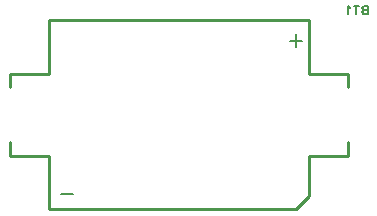
<source format=gbo>
G04 Layer: BottomSilkscreenLayer*
G04 EasyEDA Pro v2.2.38.8, 2025-05-22 15:01:17*
G04 Gerber Generator version 0.3*
G04 Scale: 100 percent, Rotated: No, Reflected: No*
G04 Dimensions in millimeters*
G04 Leading zeros omitted, absolute positions, 4 integers and 5 decimals*
%FSLAX45Y45*%
%MOMM*%
%ADD10C,0.2032*%
%ADD11C,0.1524*%
%ADD12C,0.254*%
G75*


G04 Text Start*
G54D10*
G01X2816797Y-1516405D02*
G01X2816797Y-1619275D01*
G01X2868359Y-1567713D02*
G01X2765489Y-1567713D01*
G01X925259Y-2863113D02*
G01X822389Y-2863113D01*
G54D11*
G01X3422429Y-1277478D02*
G01X3422429Y-1342502D01*
G01X3422429Y-1277478D02*
G01X3394489Y-1277478D01*
G01X3385345Y-1280526D01*
G01X3382297Y-1283574D01*
G01X3378995Y-1289924D01*
G01X3378995Y-1296020D01*
G01X3382297Y-1302116D01*
G01X3385345Y-1305164D01*
G01X3394489Y-1308466D01*
G01X3422429Y-1308466D02*
G01X3394489Y-1308466D01*
G01X3385345Y-1311514D01*
G01X3382297Y-1314562D01*
G01X3378995Y-1320658D01*
G01X3378995Y-1330056D01*
G01X3382297Y-1336152D01*
G01X3385345Y-1339454D01*
G01X3394489Y-1342502D01*
G01X3422429Y-1342502D01*
G01X3327179Y-1277478D02*
G01X3327179Y-1342502D01*
G01X3348769Y-1277478D02*
G01X3305589Y-1277478D01*
G01X3275363Y-1289924D02*
G01X3269267Y-1286622D01*
G01X3260123Y-1277478D01*
G01X3260123Y-1342502D01*
G04 Text End*

G04 PolygonModel Start*
G54D12*
G01X2817330Y-2997114D02*
G01X728792Y-2997114D01*
G01X2928790Y-2547107D02*
G01X2928790Y-2885636D01*
G01X2928790Y-2885636D02*
G01X2817330Y-2997114D01*
G01X398798Y-2430221D02*
G01X398798Y-2547107D01*
G01X398798Y-1847113D02*
G01X398798Y-1963999D01*
G01X2928790Y-2547107D02*
G01X3258790Y-2547107D01*
G01X3258790Y-2430221D02*
G01X3258790Y-2547107D01*
G01X3258790Y-1847113D02*
G01X3258790Y-1963999D01*
G01X728792Y-2547107D02*
G01X398798Y-2547107D01*
G01X728792Y-1847113D02*
G01X398798Y-1847113D01*
G01X2928790Y-1397112D02*
G01X2928790Y-1847113D01*
G01X2928790Y-1847113D02*
G01X3258790Y-1847113D01*
G01X728792Y-2997114D02*
G01X728792Y-2547107D01*
G01X728792Y-1397112D02*
G01X728792Y-1847113D01*
G01X2928790Y-1397112D02*
G01X728792Y-1397112D01*

M02*


</source>
